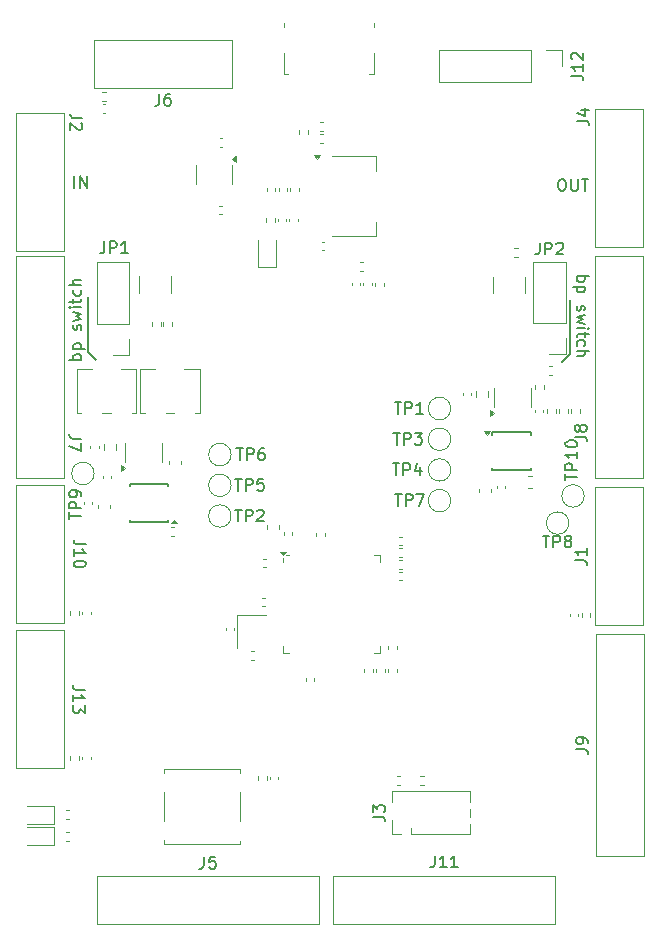
<source format=gbr>
%TF.GenerationSoftware,KiCad,Pcbnew,9.0.6*%
%TF.CreationDate,2026-01-25T18:40:06+01:00*%
%TF.ProjectId,dispo-board,64697370-6f2d-4626-9f61-72642e6b6963,rev?*%
%TF.SameCoordinates,Original*%
%TF.FileFunction,Legend,Top*%
%TF.FilePolarity,Positive*%
%FSLAX46Y46*%
G04 Gerber Fmt 4.6, Leading zero omitted, Abs format (unit mm)*
G04 Created by KiCad (PCBNEW 9.0.6) date 2026-01-25 18:40:06*
%MOMM*%
%LPD*%
G01*
G04 APERTURE LIST*
%ADD10C,0.150000*%
%ADD11C,0.120000*%
%ADD12C,0.100000*%
G04 APERTURE END LIST*
D10*
X39350000Y-47100000D02*
X39350000Y-51700000D01*
X80150000Y-51900000D02*
X80150000Y-47300000D01*
X80150000Y-51900000D02*
X79450000Y-52550000D01*
X39350000Y-51700000D02*
X40000000Y-52400000D01*
X79377255Y-37069819D02*
X79567731Y-37069819D01*
X79567731Y-37069819D02*
X79662969Y-37117438D01*
X79662969Y-37117438D02*
X79758207Y-37212676D01*
X79758207Y-37212676D02*
X79805826Y-37403152D01*
X79805826Y-37403152D02*
X79805826Y-37736485D01*
X79805826Y-37736485D02*
X79758207Y-37926961D01*
X79758207Y-37926961D02*
X79662969Y-38022200D01*
X79662969Y-38022200D02*
X79567731Y-38069819D01*
X79567731Y-38069819D02*
X79377255Y-38069819D01*
X79377255Y-38069819D02*
X79282017Y-38022200D01*
X79282017Y-38022200D02*
X79186779Y-37926961D01*
X79186779Y-37926961D02*
X79139160Y-37736485D01*
X79139160Y-37736485D02*
X79139160Y-37403152D01*
X79139160Y-37403152D02*
X79186779Y-37212676D01*
X79186779Y-37212676D02*
X79282017Y-37117438D01*
X79282017Y-37117438D02*
X79377255Y-37069819D01*
X80234398Y-37069819D02*
X80234398Y-37879342D01*
X80234398Y-37879342D02*
X80282017Y-37974580D01*
X80282017Y-37974580D02*
X80329636Y-38022200D01*
X80329636Y-38022200D02*
X80424874Y-38069819D01*
X80424874Y-38069819D02*
X80615350Y-38069819D01*
X80615350Y-38069819D02*
X80710588Y-38022200D01*
X80710588Y-38022200D02*
X80758207Y-37974580D01*
X80758207Y-37974580D02*
X80805826Y-37879342D01*
X80805826Y-37879342D02*
X80805826Y-37069819D01*
X81139160Y-37069819D02*
X81710588Y-37069819D01*
X81424874Y-38069819D02*
X81424874Y-37069819D01*
X80730180Y-45286779D02*
X81730180Y-45286779D01*
X81349228Y-45286779D02*
X81396847Y-45382017D01*
X81396847Y-45382017D02*
X81396847Y-45572493D01*
X81396847Y-45572493D02*
X81349228Y-45667731D01*
X81349228Y-45667731D02*
X81301609Y-45715350D01*
X81301609Y-45715350D02*
X81206371Y-45762969D01*
X81206371Y-45762969D02*
X80920657Y-45762969D01*
X80920657Y-45762969D02*
X80825419Y-45715350D01*
X80825419Y-45715350D02*
X80777800Y-45667731D01*
X80777800Y-45667731D02*
X80730180Y-45572493D01*
X80730180Y-45572493D02*
X80730180Y-45382017D01*
X80730180Y-45382017D02*
X80777800Y-45286779D01*
X81396847Y-46191541D02*
X80396847Y-46191541D01*
X81349228Y-46191541D02*
X81396847Y-46286779D01*
X81396847Y-46286779D02*
X81396847Y-46477255D01*
X81396847Y-46477255D02*
X81349228Y-46572493D01*
X81349228Y-46572493D02*
X81301609Y-46620112D01*
X81301609Y-46620112D02*
X81206371Y-46667731D01*
X81206371Y-46667731D02*
X80920657Y-46667731D01*
X80920657Y-46667731D02*
X80825419Y-46620112D01*
X80825419Y-46620112D02*
X80777800Y-46572493D01*
X80777800Y-46572493D02*
X80730180Y-46477255D01*
X80730180Y-46477255D02*
X80730180Y-46286779D01*
X80730180Y-46286779D02*
X80777800Y-46191541D01*
X80777800Y-47810589D02*
X80730180Y-47905827D01*
X80730180Y-47905827D02*
X80730180Y-48096303D01*
X80730180Y-48096303D02*
X80777800Y-48191541D01*
X80777800Y-48191541D02*
X80873038Y-48239160D01*
X80873038Y-48239160D02*
X80920657Y-48239160D01*
X80920657Y-48239160D02*
X81015895Y-48191541D01*
X81015895Y-48191541D02*
X81063514Y-48096303D01*
X81063514Y-48096303D02*
X81063514Y-47953446D01*
X81063514Y-47953446D02*
X81111133Y-47858208D01*
X81111133Y-47858208D02*
X81206371Y-47810589D01*
X81206371Y-47810589D02*
X81253990Y-47810589D01*
X81253990Y-47810589D02*
X81349228Y-47858208D01*
X81349228Y-47858208D02*
X81396847Y-47953446D01*
X81396847Y-47953446D02*
X81396847Y-48096303D01*
X81396847Y-48096303D02*
X81349228Y-48191541D01*
X81396847Y-48572494D02*
X80730180Y-48762970D01*
X80730180Y-48762970D02*
X81206371Y-48953446D01*
X81206371Y-48953446D02*
X80730180Y-49143922D01*
X80730180Y-49143922D02*
X81396847Y-49334398D01*
X80730180Y-49715351D02*
X81396847Y-49715351D01*
X81730180Y-49715351D02*
X81682561Y-49667732D01*
X81682561Y-49667732D02*
X81634942Y-49715351D01*
X81634942Y-49715351D02*
X81682561Y-49762970D01*
X81682561Y-49762970D02*
X81730180Y-49715351D01*
X81730180Y-49715351D02*
X81634942Y-49715351D01*
X81396847Y-50048684D02*
X81396847Y-50429636D01*
X81730180Y-50191541D02*
X80873038Y-50191541D01*
X80873038Y-50191541D02*
X80777800Y-50239160D01*
X80777800Y-50239160D02*
X80730180Y-50334398D01*
X80730180Y-50334398D02*
X80730180Y-50429636D01*
X80777800Y-51191541D02*
X80730180Y-51096303D01*
X80730180Y-51096303D02*
X80730180Y-50905827D01*
X80730180Y-50905827D02*
X80777800Y-50810589D01*
X80777800Y-50810589D02*
X80825419Y-50762970D01*
X80825419Y-50762970D02*
X80920657Y-50715351D01*
X80920657Y-50715351D02*
X81206371Y-50715351D01*
X81206371Y-50715351D02*
X81301609Y-50762970D01*
X81301609Y-50762970D02*
X81349228Y-50810589D01*
X81349228Y-50810589D02*
X81396847Y-50905827D01*
X81396847Y-50905827D02*
X81396847Y-51096303D01*
X81396847Y-51096303D02*
X81349228Y-51191541D01*
X80730180Y-51620113D02*
X81730180Y-51620113D01*
X80730180Y-52048684D02*
X81253990Y-52048684D01*
X81253990Y-52048684D02*
X81349228Y-52001065D01*
X81349228Y-52001065D02*
X81396847Y-51905827D01*
X81396847Y-51905827D02*
X81396847Y-51762970D01*
X81396847Y-51762970D02*
X81349228Y-51667732D01*
X81349228Y-51667732D02*
X81301609Y-51620113D01*
X38186779Y-37819819D02*
X38186779Y-36819819D01*
X38662969Y-37819819D02*
X38662969Y-36819819D01*
X38662969Y-36819819D02*
X39234397Y-37819819D01*
X39234397Y-37819819D02*
X39234397Y-36819819D01*
X38769819Y-52363220D02*
X37769819Y-52363220D01*
X38150771Y-52363220D02*
X38103152Y-52267982D01*
X38103152Y-52267982D02*
X38103152Y-52077506D01*
X38103152Y-52077506D02*
X38150771Y-51982268D01*
X38150771Y-51982268D02*
X38198390Y-51934649D01*
X38198390Y-51934649D02*
X38293628Y-51887030D01*
X38293628Y-51887030D02*
X38579342Y-51887030D01*
X38579342Y-51887030D02*
X38674580Y-51934649D01*
X38674580Y-51934649D02*
X38722200Y-51982268D01*
X38722200Y-51982268D02*
X38769819Y-52077506D01*
X38769819Y-52077506D02*
X38769819Y-52267982D01*
X38769819Y-52267982D02*
X38722200Y-52363220D01*
X38103152Y-51458458D02*
X39103152Y-51458458D01*
X38150771Y-51458458D02*
X38103152Y-51363220D01*
X38103152Y-51363220D02*
X38103152Y-51172744D01*
X38103152Y-51172744D02*
X38150771Y-51077506D01*
X38150771Y-51077506D02*
X38198390Y-51029887D01*
X38198390Y-51029887D02*
X38293628Y-50982268D01*
X38293628Y-50982268D02*
X38579342Y-50982268D01*
X38579342Y-50982268D02*
X38674580Y-51029887D01*
X38674580Y-51029887D02*
X38722200Y-51077506D01*
X38722200Y-51077506D02*
X38769819Y-51172744D01*
X38769819Y-51172744D02*
X38769819Y-51363220D01*
X38769819Y-51363220D02*
X38722200Y-51458458D01*
X38722200Y-49839410D02*
X38769819Y-49744172D01*
X38769819Y-49744172D02*
X38769819Y-49553696D01*
X38769819Y-49553696D02*
X38722200Y-49458458D01*
X38722200Y-49458458D02*
X38626961Y-49410839D01*
X38626961Y-49410839D02*
X38579342Y-49410839D01*
X38579342Y-49410839D02*
X38484104Y-49458458D01*
X38484104Y-49458458D02*
X38436485Y-49553696D01*
X38436485Y-49553696D02*
X38436485Y-49696553D01*
X38436485Y-49696553D02*
X38388866Y-49791791D01*
X38388866Y-49791791D02*
X38293628Y-49839410D01*
X38293628Y-49839410D02*
X38246009Y-49839410D01*
X38246009Y-49839410D02*
X38150771Y-49791791D01*
X38150771Y-49791791D02*
X38103152Y-49696553D01*
X38103152Y-49696553D02*
X38103152Y-49553696D01*
X38103152Y-49553696D02*
X38150771Y-49458458D01*
X38103152Y-49077505D02*
X38769819Y-48887029D01*
X38769819Y-48887029D02*
X38293628Y-48696553D01*
X38293628Y-48696553D02*
X38769819Y-48506077D01*
X38769819Y-48506077D02*
X38103152Y-48315601D01*
X38769819Y-47934648D02*
X38103152Y-47934648D01*
X37769819Y-47934648D02*
X37817438Y-47982267D01*
X37817438Y-47982267D02*
X37865057Y-47934648D01*
X37865057Y-47934648D02*
X37817438Y-47887029D01*
X37817438Y-47887029D02*
X37769819Y-47934648D01*
X37769819Y-47934648D02*
X37865057Y-47934648D01*
X38103152Y-47601315D02*
X38103152Y-47220363D01*
X37769819Y-47458458D02*
X38626961Y-47458458D01*
X38626961Y-47458458D02*
X38722200Y-47410839D01*
X38722200Y-47410839D02*
X38769819Y-47315601D01*
X38769819Y-47315601D02*
X38769819Y-47220363D01*
X38722200Y-46458458D02*
X38769819Y-46553696D01*
X38769819Y-46553696D02*
X38769819Y-46744172D01*
X38769819Y-46744172D02*
X38722200Y-46839410D01*
X38722200Y-46839410D02*
X38674580Y-46887029D01*
X38674580Y-46887029D02*
X38579342Y-46934648D01*
X38579342Y-46934648D02*
X38293628Y-46934648D01*
X38293628Y-46934648D02*
X38198390Y-46887029D01*
X38198390Y-46887029D02*
X38150771Y-46839410D01*
X38150771Y-46839410D02*
X38103152Y-46744172D01*
X38103152Y-46744172D02*
X38103152Y-46553696D01*
X38103152Y-46553696D02*
X38150771Y-46458458D01*
X38769819Y-46029886D02*
X37769819Y-46029886D01*
X38769819Y-45601315D02*
X38246009Y-45601315D01*
X38246009Y-45601315D02*
X38150771Y-45648934D01*
X38150771Y-45648934D02*
X38103152Y-45744172D01*
X38103152Y-45744172D02*
X38103152Y-45887029D01*
X38103152Y-45887029D02*
X38150771Y-45982267D01*
X38150771Y-45982267D02*
X38198390Y-46029886D01*
X38845180Y-31916666D02*
X38130895Y-31916666D01*
X38130895Y-31916666D02*
X37988038Y-31869047D01*
X37988038Y-31869047D02*
X37892800Y-31773809D01*
X37892800Y-31773809D02*
X37845180Y-31630952D01*
X37845180Y-31630952D02*
X37845180Y-31535714D01*
X38749942Y-32345238D02*
X38797561Y-32392857D01*
X38797561Y-32392857D02*
X38845180Y-32488095D01*
X38845180Y-32488095D02*
X38845180Y-32726190D01*
X38845180Y-32726190D02*
X38797561Y-32821428D01*
X38797561Y-32821428D02*
X38749942Y-32869047D01*
X38749942Y-32869047D02*
X38654704Y-32916666D01*
X38654704Y-32916666D02*
X38559466Y-32916666D01*
X38559466Y-32916666D02*
X38416609Y-32869047D01*
X38416609Y-32869047D02*
X37845180Y-32297619D01*
X37845180Y-32297619D02*
X37845180Y-32916666D01*
X63454819Y-91068333D02*
X64169104Y-91068333D01*
X64169104Y-91068333D02*
X64311961Y-91115952D01*
X64311961Y-91115952D02*
X64407200Y-91211190D01*
X64407200Y-91211190D02*
X64454819Y-91354047D01*
X64454819Y-91354047D02*
X64454819Y-91449285D01*
X63454819Y-90687380D02*
X63454819Y-90068333D01*
X63454819Y-90068333D02*
X63835771Y-90401666D01*
X63835771Y-90401666D02*
X63835771Y-90258809D01*
X63835771Y-90258809D02*
X63883390Y-90163571D01*
X63883390Y-90163571D02*
X63931009Y-90115952D01*
X63931009Y-90115952D02*
X64026247Y-90068333D01*
X64026247Y-90068333D02*
X64264342Y-90068333D01*
X64264342Y-90068333D02*
X64359580Y-90115952D01*
X64359580Y-90115952D02*
X64407200Y-90163571D01*
X64407200Y-90163571D02*
X64454819Y-90258809D01*
X64454819Y-90258809D02*
X64454819Y-90544523D01*
X64454819Y-90544523D02*
X64407200Y-90639761D01*
X64407200Y-90639761D02*
X64359580Y-90687380D01*
X79754819Y-62588094D02*
X79754819Y-62016666D01*
X80754819Y-62302380D02*
X79754819Y-62302380D01*
X80754819Y-61683332D02*
X79754819Y-61683332D01*
X79754819Y-61683332D02*
X79754819Y-61302380D01*
X79754819Y-61302380D02*
X79802438Y-61207142D01*
X79802438Y-61207142D02*
X79850057Y-61159523D01*
X79850057Y-61159523D02*
X79945295Y-61111904D01*
X79945295Y-61111904D02*
X80088152Y-61111904D01*
X80088152Y-61111904D02*
X80183390Y-61159523D01*
X80183390Y-61159523D02*
X80231009Y-61207142D01*
X80231009Y-61207142D02*
X80278628Y-61302380D01*
X80278628Y-61302380D02*
X80278628Y-61683332D01*
X80754819Y-60159523D02*
X80754819Y-60730951D01*
X80754819Y-60445237D02*
X79754819Y-60445237D01*
X79754819Y-60445237D02*
X79897676Y-60540475D01*
X79897676Y-60540475D02*
X79992914Y-60635713D01*
X79992914Y-60635713D02*
X80040533Y-60730951D01*
X79754819Y-59540475D02*
X79754819Y-59445237D01*
X79754819Y-59445237D02*
X79802438Y-59349999D01*
X79802438Y-59349999D02*
X79850057Y-59302380D01*
X79850057Y-59302380D02*
X79945295Y-59254761D01*
X79945295Y-59254761D02*
X80135771Y-59207142D01*
X80135771Y-59207142D02*
X80373866Y-59207142D01*
X80373866Y-59207142D02*
X80564342Y-59254761D01*
X80564342Y-59254761D02*
X80659580Y-59302380D01*
X80659580Y-59302380D02*
X80707200Y-59349999D01*
X80707200Y-59349999D02*
X80754819Y-59445237D01*
X80754819Y-59445237D02*
X80754819Y-59540475D01*
X80754819Y-59540475D02*
X80707200Y-59635713D01*
X80707200Y-59635713D02*
X80659580Y-59683332D01*
X80659580Y-59683332D02*
X80564342Y-59730951D01*
X80564342Y-59730951D02*
X80373866Y-59778570D01*
X80373866Y-59778570D02*
X80135771Y-59778570D01*
X80135771Y-59778570D02*
X79945295Y-59730951D01*
X79945295Y-59730951D02*
X79850057Y-59683332D01*
X79850057Y-59683332D02*
X79802438Y-59635713D01*
X79802438Y-59635713D02*
X79754819Y-59540475D01*
X38745180Y-59066666D02*
X38030895Y-59066666D01*
X38030895Y-59066666D02*
X37888038Y-59019047D01*
X37888038Y-59019047D02*
X37792800Y-58923809D01*
X37792800Y-58923809D02*
X37745180Y-58780952D01*
X37745180Y-58780952D02*
X37745180Y-58685714D01*
X38745180Y-59447619D02*
X38745180Y-60114285D01*
X38745180Y-60114285D02*
X37745180Y-59685714D01*
X39045180Y-80290476D02*
X38330895Y-80290476D01*
X38330895Y-80290476D02*
X38188038Y-80242857D01*
X38188038Y-80242857D02*
X38092800Y-80147619D01*
X38092800Y-80147619D02*
X38045180Y-80004762D01*
X38045180Y-80004762D02*
X38045180Y-79909524D01*
X38045180Y-81290476D02*
X38045180Y-80719048D01*
X38045180Y-81004762D02*
X39045180Y-81004762D01*
X39045180Y-81004762D02*
X38902323Y-80909524D01*
X38902323Y-80909524D02*
X38807085Y-80814286D01*
X38807085Y-80814286D02*
X38759466Y-80719048D01*
X39045180Y-81623810D02*
X39045180Y-82242857D01*
X39045180Y-82242857D02*
X38664228Y-81909524D01*
X38664228Y-81909524D02*
X38664228Y-82052381D01*
X38664228Y-82052381D02*
X38616609Y-82147619D01*
X38616609Y-82147619D02*
X38568990Y-82195238D01*
X38568990Y-82195238D02*
X38473752Y-82242857D01*
X38473752Y-82242857D02*
X38235657Y-82242857D01*
X38235657Y-82242857D02*
X38140419Y-82195238D01*
X38140419Y-82195238D02*
X38092800Y-82147619D01*
X38092800Y-82147619D02*
X38045180Y-82052381D01*
X38045180Y-82052381D02*
X38045180Y-81766667D01*
X38045180Y-81766667D02*
X38092800Y-81671429D01*
X38092800Y-81671429D02*
X38140419Y-81623810D01*
X45366666Y-29854819D02*
X45366666Y-30569104D01*
X45366666Y-30569104D02*
X45319047Y-30711961D01*
X45319047Y-30711961D02*
X45223809Y-30807200D01*
X45223809Y-30807200D02*
X45080952Y-30854819D01*
X45080952Y-30854819D02*
X44985714Y-30854819D01*
X46271428Y-29854819D02*
X46080952Y-29854819D01*
X46080952Y-29854819D02*
X45985714Y-29902438D01*
X45985714Y-29902438D02*
X45938095Y-29950057D01*
X45938095Y-29950057D02*
X45842857Y-30092914D01*
X45842857Y-30092914D02*
X45795238Y-30283390D01*
X45795238Y-30283390D02*
X45795238Y-30664342D01*
X45795238Y-30664342D02*
X45842857Y-30759580D01*
X45842857Y-30759580D02*
X45890476Y-30807200D01*
X45890476Y-30807200D02*
X45985714Y-30854819D01*
X45985714Y-30854819D02*
X46176190Y-30854819D01*
X46176190Y-30854819D02*
X46271428Y-30807200D01*
X46271428Y-30807200D02*
X46319047Y-30759580D01*
X46319047Y-30759580D02*
X46366666Y-30664342D01*
X46366666Y-30664342D02*
X46366666Y-30426247D01*
X46366666Y-30426247D02*
X46319047Y-30331009D01*
X46319047Y-30331009D02*
X46271428Y-30283390D01*
X46271428Y-30283390D02*
X46176190Y-30235771D01*
X46176190Y-30235771D02*
X45985714Y-30235771D01*
X45985714Y-30235771D02*
X45890476Y-30283390D01*
X45890476Y-30283390D02*
X45842857Y-30331009D01*
X45842857Y-30331009D02*
X45795238Y-30426247D01*
X68690476Y-94354819D02*
X68690476Y-95069104D01*
X68690476Y-95069104D02*
X68642857Y-95211961D01*
X68642857Y-95211961D02*
X68547619Y-95307200D01*
X68547619Y-95307200D02*
X68404762Y-95354819D01*
X68404762Y-95354819D02*
X68309524Y-95354819D01*
X69690476Y-95354819D02*
X69119048Y-95354819D01*
X69404762Y-95354819D02*
X69404762Y-94354819D01*
X69404762Y-94354819D02*
X69309524Y-94497676D01*
X69309524Y-94497676D02*
X69214286Y-94592914D01*
X69214286Y-94592914D02*
X69119048Y-94640533D01*
X70642857Y-95354819D02*
X70071429Y-95354819D01*
X70357143Y-95354819D02*
X70357143Y-94354819D01*
X70357143Y-94354819D02*
X70261905Y-94497676D01*
X70261905Y-94497676D02*
X70166667Y-94592914D01*
X70166667Y-94592914D02*
X70071429Y-94640533D01*
X51788095Y-62454819D02*
X52359523Y-62454819D01*
X52073809Y-63454819D02*
X52073809Y-62454819D01*
X52692857Y-63454819D02*
X52692857Y-62454819D01*
X52692857Y-62454819D02*
X53073809Y-62454819D01*
X53073809Y-62454819D02*
X53169047Y-62502438D01*
X53169047Y-62502438D02*
X53216666Y-62550057D01*
X53216666Y-62550057D02*
X53264285Y-62645295D01*
X53264285Y-62645295D02*
X53264285Y-62788152D01*
X53264285Y-62788152D02*
X53216666Y-62883390D01*
X53216666Y-62883390D02*
X53169047Y-62931009D01*
X53169047Y-62931009D02*
X53073809Y-62978628D01*
X53073809Y-62978628D02*
X52692857Y-62978628D01*
X54169047Y-62454819D02*
X53692857Y-62454819D01*
X53692857Y-62454819D02*
X53645238Y-62931009D01*
X53645238Y-62931009D02*
X53692857Y-62883390D01*
X53692857Y-62883390D02*
X53788095Y-62835771D01*
X53788095Y-62835771D02*
X54026190Y-62835771D01*
X54026190Y-62835771D02*
X54121428Y-62883390D01*
X54121428Y-62883390D02*
X54169047Y-62931009D01*
X54169047Y-62931009D02*
X54216666Y-63026247D01*
X54216666Y-63026247D02*
X54216666Y-63264342D01*
X54216666Y-63264342D02*
X54169047Y-63359580D01*
X54169047Y-63359580D02*
X54121428Y-63407200D01*
X54121428Y-63407200D02*
X54026190Y-63454819D01*
X54026190Y-63454819D02*
X53788095Y-63454819D01*
X53788095Y-63454819D02*
X53692857Y-63407200D01*
X53692857Y-63407200D02*
X53645238Y-63359580D01*
X65188095Y-58554819D02*
X65759523Y-58554819D01*
X65473809Y-59554819D02*
X65473809Y-58554819D01*
X66092857Y-59554819D02*
X66092857Y-58554819D01*
X66092857Y-58554819D02*
X66473809Y-58554819D01*
X66473809Y-58554819D02*
X66569047Y-58602438D01*
X66569047Y-58602438D02*
X66616666Y-58650057D01*
X66616666Y-58650057D02*
X66664285Y-58745295D01*
X66664285Y-58745295D02*
X66664285Y-58888152D01*
X66664285Y-58888152D02*
X66616666Y-58983390D01*
X66616666Y-58983390D02*
X66569047Y-59031009D01*
X66569047Y-59031009D02*
X66473809Y-59078628D01*
X66473809Y-59078628D02*
X66092857Y-59078628D01*
X66997619Y-58554819D02*
X67616666Y-58554819D01*
X67616666Y-58554819D02*
X67283333Y-58935771D01*
X67283333Y-58935771D02*
X67426190Y-58935771D01*
X67426190Y-58935771D02*
X67521428Y-58983390D01*
X67521428Y-58983390D02*
X67569047Y-59031009D01*
X67569047Y-59031009D02*
X67616666Y-59126247D01*
X67616666Y-59126247D02*
X67616666Y-59364342D01*
X67616666Y-59364342D02*
X67569047Y-59459580D01*
X67569047Y-59459580D02*
X67521428Y-59507200D01*
X67521428Y-59507200D02*
X67426190Y-59554819D01*
X67426190Y-59554819D02*
X67140476Y-59554819D01*
X67140476Y-59554819D02*
X67045238Y-59507200D01*
X67045238Y-59507200D02*
X66997619Y-59459580D01*
X65138095Y-61154819D02*
X65709523Y-61154819D01*
X65423809Y-62154819D02*
X65423809Y-61154819D01*
X66042857Y-62154819D02*
X66042857Y-61154819D01*
X66042857Y-61154819D02*
X66423809Y-61154819D01*
X66423809Y-61154819D02*
X66519047Y-61202438D01*
X66519047Y-61202438D02*
X66566666Y-61250057D01*
X66566666Y-61250057D02*
X66614285Y-61345295D01*
X66614285Y-61345295D02*
X66614285Y-61488152D01*
X66614285Y-61488152D02*
X66566666Y-61583390D01*
X66566666Y-61583390D02*
X66519047Y-61631009D01*
X66519047Y-61631009D02*
X66423809Y-61678628D01*
X66423809Y-61678628D02*
X66042857Y-61678628D01*
X67471428Y-61488152D02*
X67471428Y-62154819D01*
X67233333Y-61107200D02*
X66995238Y-61821485D01*
X66995238Y-61821485D02*
X67614285Y-61821485D01*
X80554819Y-58883333D02*
X81269104Y-58883333D01*
X81269104Y-58883333D02*
X81411961Y-58930952D01*
X81411961Y-58930952D02*
X81507200Y-59026190D01*
X81507200Y-59026190D02*
X81554819Y-59169047D01*
X81554819Y-59169047D02*
X81554819Y-59264285D01*
X80983390Y-58264285D02*
X80935771Y-58359523D01*
X80935771Y-58359523D02*
X80888152Y-58407142D01*
X80888152Y-58407142D02*
X80792914Y-58454761D01*
X80792914Y-58454761D02*
X80745295Y-58454761D01*
X80745295Y-58454761D02*
X80650057Y-58407142D01*
X80650057Y-58407142D02*
X80602438Y-58359523D01*
X80602438Y-58359523D02*
X80554819Y-58264285D01*
X80554819Y-58264285D02*
X80554819Y-58073809D01*
X80554819Y-58073809D02*
X80602438Y-57978571D01*
X80602438Y-57978571D02*
X80650057Y-57930952D01*
X80650057Y-57930952D02*
X80745295Y-57883333D01*
X80745295Y-57883333D02*
X80792914Y-57883333D01*
X80792914Y-57883333D02*
X80888152Y-57930952D01*
X80888152Y-57930952D02*
X80935771Y-57978571D01*
X80935771Y-57978571D02*
X80983390Y-58073809D01*
X80983390Y-58073809D02*
X80983390Y-58264285D01*
X80983390Y-58264285D02*
X81031009Y-58359523D01*
X81031009Y-58359523D02*
X81078628Y-58407142D01*
X81078628Y-58407142D02*
X81173866Y-58454761D01*
X81173866Y-58454761D02*
X81364342Y-58454761D01*
X81364342Y-58454761D02*
X81459580Y-58407142D01*
X81459580Y-58407142D02*
X81507200Y-58359523D01*
X81507200Y-58359523D02*
X81554819Y-58264285D01*
X81554819Y-58264285D02*
X81554819Y-58073809D01*
X81554819Y-58073809D02*
X81507200Y-57978571D01*
X81507200Y-57978571D02*
X81459580Y-57930952D01*
X81459580Y-57930952D02*
X81364342Y-57883333D01*
X81364342Y-57883333D02*
X81173866Y-57883333D01*
X81173866Y-57883333D02*
X81078628Y-57930952D01*
X81078628Y-57930952D02*
X81031009Y-57978571D01*
X81031009Y-57978571D02*
X80983390Y-58073809D01*
X49156666Y-94454819D02*
X49156666Y-95169104D01*
X49156666Y-95169104D02*
X49109047Y-95311961D01*
X49109047Y-95311961D02*
X49013809Y-95407200D01*
X49013809Y-95407200D02*
X48870952Y-95454819D01*
X48870952Y-95454819D02*
X48775714Y-95454819D01*
X50109047Y-94454819D02*
X49632857Y-94454819D01*
X49632857Y-94454819D02*
X49585238Y-94931009D01*
X49585238Y-94931009D02*
X49632857Y-94883390D01*
X49632857Y-94883390D02*
X49728095Y-94835771D01*
X49728095Y-94835771D02*
X49966190Y-94835771D01*
X49966190Y-94835771D02*
X50061428Y-94883390D01*
X50061428Y-94883390D02*
X50109047Y-94931009D01*
X50109047Y-94931009D02*
X50156666Y-95026247D01*
X50156666Y-95026247D02*
X50156666Y-95264342D01*
X50156666Y-95264342D02*
X50109047Y-95359580D01*
X50109047Y-95359580D02*
X50061428Y-95407200D01*
X50061428Y-95407200D02*
X49966190Y-95454819D01*
X49966190Y-95454819D02*
X49728095Y-95454819D01*
X49728095Y-95454819D02*
X49632857Y-95407200D01*
X49632857Y-95407200D02*
X49585238Y-95359580D01*
X80654819Y-85333333D02*
X81369104Y-85333333D01*
X81369104Y-85333333D02*
X81511961Y-85380952D01*
X81511961Y-85380952D02*
X81607200Y-85476190D01*
X81607200Y-85476190D02*
X81654819Y-85619047D01*
X81654819Y-85619047D02*
X81654819Y-85714285D01*
X81654819Y-84809523D02*
X81654819Y-84619047D01*
X81654819Y-84619047D02*
X81607200Y-84523809D01*
X81607200Y-84523809D02*
X81559580Y-84476190D01*
X81559580Y-84476190D02*
X81416723Y-84380952D01*
X81416723Y-84380952D02*
X81226247Y-84333333D01*
X81226247Y-84333333D02*
X80845295Y-84333333D01*
X80845295Y-84333333D02*
X80750057Y-84380952D01*
X80750057Y-84380952D02*
X80702438Y-84428571D01*
X80702438Y-84428571D02*
X80654819Y-84523809D01*
X80654819Y-84523809D02*
X80654819Y-84714285D01*
X80654819Y-84714285D02*
X80702438Y-84809523D01*
X80702438Y-84809523D02*
X80750057Y-84857142D01*
X80750057Y-84857142D02*
X80845295Y-84904761D01*
X80845295Y-84904761D02*
X81083390Y-84904761D01*
X81083390Y-84904761D02*
X81178628Y-84857142D01*
X81178628Y-84857142D02*
X81226247Y-84809523D01*
X81226247Y-84809523D02*
X81273866Y-84714285D01*
X81273866Y-84714285D02*
X81273866Y-84523809D01*
X81273866Y-84523809D02*
X81226247Y-84428571D01*
X81226247Y-84428571D02*
X81178628Y-84380952D01*
X81178628Y-84380952D02*
X81083390Y-84333333D01*
X80254819Y-28309523D02*
X80969104Y-28309523D01*
X80969104Y-28309523D02*
X81111961Y-28357142D01*
X81111961Y-28357142D02*
X81207200Y-28452380D01*
X81207200Y-28452380D02*
X81254819Y-28595237D01*
X81254819Y-28595237D02*
X81254819Y-28690475D01*
X81254819Y-27309523D02*
X81254819Y-27880951D01*
X81254819Y-27595237D02*
X80254819Y-27595237D01*
X80254819Y-27595237D02*
X80397676Y-27690475D01*
X80397676Y-27690475D02*
X80492914Y-27785713D01*
X80492914Y-27785713D02*
X80540533Y-27880951D01*
X80350057Y-26928570D02*
X80302438Y-26880951D01*
X80302438Y-26880951D02*
X80254819Y-26785713D01*
X80254819Y-26785713D02*
X80254819Y-26547618D01*
X80254819Y-26547618D02*
X80302438Y-26452380D01*
X80302438Y-26452380D02*
X80350057Y-26404761D01*
X80350057Y-26404761D02*
X80445295Y-26357142D01*
X80445295Y-26357142D02*
X80540533Y-26357142D01*
X80540533Y-26357142D02*
X80683390Y-26404761D01*
X80683390Y-26404761D02*
X81254819Y-26976189D01*
X81254819Y-26976189D02*
X81254819Y-26357142D01*
X51788095Y-65054819D02*
X52359523Y-65054819D01*
X52073809Y-66054819D02*
X52073809Y-65054819D01*
X52692857Y-66054819D02*
X52692857Y-65054819D01*
X52692857Y-65054819D02*
X53073809Y-65054819D01*
X53073809Y-65054819D02*
X53169047Y-65102438D01*
X53169047Y-65102438D02*
X53216666Y-65150057D01*
X53216666Y-65150057D02*
X53264285Y-65245295D01*
X53264285Y-65245295D02*
X53264285Y-65388152D01*
X53264285Y-65388152D02*
X53216666Y-65483390D01*
X53216666Y-65483390D02*
X53169047Y-65531009D01*
X53169047Y-65531009D02*
X53073809Y-65578628D01*
X53073809Y-65578628D02*
X52692857Y-65578628D01*
X53645238Y-65150057D02*
X53692857Y-65102438D01*
X53692857Y-65102438D02*
X53788095Y-65054819D01*
X53788095Y-65054819D02*
X54026190Y-65054819D01*
X54026190Y-65054819D02*
X54121428Y-65102438D01*
X54121428Y-65102438D02*
X54169047Y-65150057D01*
X54169047Y-65150057D02*
X54216666Y-65245295D01*
X54216666Y-65245295D02*
X54216666Y-65340533D01*
X54216666Y-65340533D02*
X54169047Y-65483390D01*
X54169047Y-65483390D02*
X53597619Y-66054819D01*
X53597619Y-66054819D02*
X54216666Y-66054819D01*
X80754819Y-32133333D02*
X81469104Y-32133333D01*
X81469104Y-32133333D02*
X81611961Y-32180952D01*
X81611961Y-32180952D02*
X81707200Y-32276190D01*
X81707200Y-32276190D02*
X81754819Y-32419047D01*
X81754819Y-32419047D02*
X81754819Y-32514285D01*
X81088152Y-31228571D02*
X81754819Y-31228571D01*
X80707200Y-31466666D02*
X81421485Y-31704761D01*
X81421485Y-31704761D02*
X81421485Y-31085714D01*
X39145180Y-67990476D02*
X38430895Y-67990476D01*
X38430895Y-67990476D02*
X38288038Y-67942857D01*
X38288038Y-67942857D02*
X38192800Y-67847619D01*
X38192800Y-67847619D02*
X38145180Y-67704762D01*
X38145180Y-67704762D02*
X38145180Y-67609524D01*
X38145180Y-68990476D02*
X38145180Y-68419048D01*
X38145180Y-68704762D02*
X39145180Y-68704762D01*
X39145180Y-68704762D02*
X39002323Y-68609524D01*
X39002323Y-68609524D02*
X38907085Y-68514286D01*
X38907085Y-68514286D02*
X38859466Y-68419048D01*
X39145180Y-69609524D02*
X39145180Y-69704762D01*
X39145180Y-69704762D02*
X39097561Y-69800000D01*
X39097561Y-69800000D02*
X39049942Y-69847619D01*
X39049942Y-69847619D02*
X38954704Y-69895238D01*
X38954704Y-69895238D02*
X38764228Y-69942857D01*
X38764228Y-69942857D02*
X38526133Y-69942857D01*
X38526133Y-69942857D02*
X38335657Y-69895238D01*
X38335657Y-69895238D02*
X38240419Y-69847619D01*
X38240419Y-69847619D02*
X38192800Y-69800000D01*
X38192800Y-69800000D02*
X38145180Y-69704762D01*
X38145180Y-69704762D02*
X38145180Y-69609524D01*
X38145180Y-69609524D02*
X38192800Y-69514286D01*
X38192800Y-69514286D02*
X38240419Y-69466667D01*
X38240419Y-69466667D02*
X38335657Y-69419048D01*
X38335657Y-69419048D02*
X38526133Y-69371429D01*
X38526133Y-69371429D02*
X38764228Y-69371429D01*
X38764228Y-69371429D02*
X38954704Y-69419048D01*
X38954704Y-69419048D02*
X39049942Y-69466667D01*
X39049942Y-69466667D02*
X39097561Y-69514286D01*
X39097561Y-69514286D02*
X39145180Y-69609524D01*
X37754819Y-65861904D02*
X37754819Y-65290476D01*
X38754819Y-65576190D02*
X37754819Y-65576190D01*
X38754819Y-64957142D02*
X37754819Y-64957142D01*
X37754819Y-64957142D02*
X37754819Y-64576190D01*
X37754819Y-64576190D02*
X37802438Y-64480952D01*
X37802438Y-64480952D02*
X37850057Y-64433333D01*
X37850057Y-64433333D02*
X37945295Y-64385714D01*
X37945295Y-64385714D02*
X38088152Y-64385714D01*
X38088152Y-64385714D02*
X38183390Y-64433333D01*
X38183390Y-64433333D02*
X38231009Y-64480952D01*
X38231009Y-64480952D02*
X38278628Y-64576190D01*
X38278628Y-64576190D02*
X38278628Y-64957142D01*
X38754819Y-63909523D02*
X38754819Y-63719047D01*
X38754819Y-63719047D02*
X38707200Y-63623809D01*
X38707200Y-63623809D02*
X38659580Y-63576190D01*
X38659580Y-63576190D02*
X38516723Y-63480952D01*
X38516723Y-63480952D02*
X38326247Y-63433333D01*
X38326247Y-63433333D02*
X37945295Y-63433333D01*
X37945295Y-63433333D02*
X37850057Y-63480952D01*
X37850057Y-63480952D02*
X37802438Y-63528571D01*
X37802438Y-63528571D02*
X37754819Y-63623809D01*
X37754819Y-63623809D02*
X37754819Y-63814285D01*
X37754819Y-63814285D02*
X37802438Y-63909523D01*
X37802438Y-63909523D02*
X37850057Y-63957142D01*
X37850057Y-63957142D02*
X37945295Y-64004761D01*
X37945295Y-64004761D02*
X38183390Y-64004761D01*
X38183390Y-64004761D02*
X38278628Y-63957142D01*
X38278628Y-63957142D02*
X38326247Y-63909523D01*
X38326247Y-63909523D02*
X38373866Y-63814285D01*
X38373866Y-63814285D02*
X38373866Y-63623809D01*
X38373866Y-63623809D02*
X38326247Y-63528571D01*
X38326247Y-63528571D02*
X38278628Y-63480952D01*
X38278628Y-63480952D02*
X38183390Y-63433333D01*
X80554819Y-69333333D02*
X81269104Y-69333333D01*
X81269104Y-69333333D02*
X81411961Y-69380952D01*
X81411961Y-69380952D02*
X81507200Y-69476190D01*
X81507200Y-69476190D02*
X81554819Y-69619047D01*
X81554819Y-69619047D02*
X81554819Y-69714285D01*
X81554819Y-68333333D02*
X81554819Y-68904761D01*
X81554819Y-68619047D02*
X80554819Y-68619047D01*
X80554819Y-68619047D02*
X80697676Y-68714285D01*
X80697676Y-68714285D02*
X80792914Y-68809523D01*
X80792914Y-68809523D02*
X80840533Y-68904761D01*
X65288095Y-55954819D02*
X65859523Y-55954819D01*
X65573809Y-56954819D02*
X65573809Y-55954819D01*
X66192857Y-56954819D02*
X66192857Y-55954819D01*
X66192857Y-55954819D02*
X66573809Y-55954819D01*
X66573809Y-55954819D02*
X66669047Y-56002438D01*
X66669047Y-56002438D02*
X66716666Y-56050057D01*
X66716666Y-56050057D02*
X66764285Y-56145295D01*
X66764285Y-56145295D02*
X66764285Y-56288152D01*
X66764285Y-56288152D02*
X66716666Y-56383390D01*
X66716666Y-56383390D02*
X66669047Y-56431009D01*
X66669047Y-56431009D02*
X66573809Y-56478628D01*
X66573809Y-56478628D02*
X66192857Y-56478628D01*
X67716666Y-56954819D02*
X67145238Y-56954819D01*
X67430952Y-56954819D02*
X67430952Y-55954819D01*
X67430952Y-55954819D02*
X67335714Y-56097676D01*
X67335714Y-56097676D02*
X67240476Y-56192914D01*
X67240476Y-56192914D02*
X67145238Y-56240533D01*
X65338095Y-63754819D02*
X65909523Y-63754819D01*
X65623809Y-64754819D02*
X65623809Y-63754819D01*
X66242857Y-64754819D02*
X66242857Y-63754819D01*
X66242857Y-63754819D02*
X66623809Y-63754819D01*
X66623809Y-63754819D02*
X66719047Y-63802438D01*
X66719047Y-63802438D02*
X66766666Y-63850057D01*
X66766666Y-63850057D02*
X66814285Y-63945295D01*
X66814285Y-63945295D02*
X66814285Y-64088152D01*
X66814285Y-64088152D02*
X66766666Y-64183390D01*
X66766666Y-64183390D02*
X66719047Y-64231009D01*
X66719047Y-64231009D02*
X66623809Y-64278628D01*
X66623809Y-64278628D02*
X66242857Y-64278628D01*
X67147619Y-63754819D02*
X67814285Y-63754819D01*
X67814285Y-63754819D02*
X67385714Y-64754819D01*
X40716666Y-42354819D02*
X40716666Y-43069104D01*
X40716666Y-43069104D02*
X40669047Y-43211961D01*
X40669047Y-43211961D02*
X40573809Y-43307200D01*
X40573809Y-43307200D02*
X40430952Y-43354819D01*
X40430952Y-43354819D02*
X40335714Y-43354819D01*
X41192857Y-43354819D02*
X41192857Y-42354819D01*
X41192857Y-42354819D02*
X41573809Y-42354819D01*
X41573809Y-42354819D02*
X41669047Y-42402438D01*
X41669047Y-42402438D02*
X41716666Y-42450057D01*
X41716666Y-42450057D02*
X41764285Y-42545295D01*
X41764285Y-42545295D02*
X41764285Y-42688152D01*
X41764285Y-42688152D02*
X41716666Y-42783390D01*
X41716666Y-42783390D02*
X41669047Y-42831009D01*
X41669047Y-42831009D02*
X41573809Y-42878628D01*
X41573809Y-42878628D02*
X41192857Y-42878628D01*
X42716666Y-43354819D02*
X42145238Y-43354819D01*
X42430952Y-43354819D02*
X42430952Y-42354819D01*
X42430952Y-42354819D02*
X42335714Y-42497676D01*
X42335714Y-42497676D02*
X42240476Y-42592914D01*
X42240476Y-42592914D02*
X42145238Y-42640533D01*
X77838095Y-67254819D02*
X78409523Y-67254819D01*
X78123809Y-68254819D02*
X78123809Y-67254819D01*
X78742857Y-68254819D02*
X78742857Y-67254819D01*
X78742857Y-67254819D02*
X79123809Y-67254819D01*
X79123809Y-67254819D02*
X79219047Y-67302438D01*
X79219047Y-67302438D02*
X79266666Y-67350057D01*
X79266666Y-67350057D02*
X79314285Y-67445295D01*
X79314285Y-67445295D02*
X79314285Y-67588152D01*
X79314285Y-67588152D02*
X79266666Y-67683390D01*
X79266666Y-67683390D02*
X79219047Y-67731009D01*
X79219047Y-67731009D02*
X79123809Y-67778628D01*
X79123809Y-67778628D02*
X78742857Y-67778628D01*
X79885714Y-67683390D02*
X79790476Y-67635771D01*
X79790476Y-67635771D02*
X79742857Y-67588152D01*
X79742857Y-67588152D02*
X79695238Y-67492914D01*
X79695238Y-67492914D02*
X79695238Y-67445295D01*
X79695238Y-67445295D02*
X79742857Y-67350057D01*
X79742857Y-67350057D02*
X79790476Y-67302438D01*
X79790476Y-67302438D02*
X79885714Y-67254819D01*
X79885714Y-67254819D02*
X80076190Y-67254819D01*
X80076190Y-67254819D02*
X80171428Y-67302438D01*
X80171428Y-67302438D02*
X80219047Y-67350057D01*
X80219047Y-67350057D02*
X80266666Y-67445295D01*
X80266666Y-67445295D02*
X80266666Y-67492914D01*
X80266666Y-67492914D02*
X80219047Y-67588152D01*
X80219047Y-67588152D02*
X80171428Y-67635771D01*
X80171428Y-67635771D02*
X80076190Y-67683390D01*
X80076190Y-67683390D02*
X79885714Y-67683390D01*
X79885714Y-67683390D02*
X79790476Y-67731009D01*
X79790476Y-67731009D02*
X79742857Y-67778628D01*
X79742857Y-67778628D02*
X79695238Y-67873866D01*
X79695238Y-67873866D02*
X79695238Y-68064342D01*
X79695238Y-68064342D02*
X79742857Y-68159580D01*
X79742857Y-68159580D02*
X79790476Y-68207200D01*
X79790476Y-68207200D02*
X79885714Y-68254819D01*
X79885714Y-68254819D02*
X80076190Y-68254819D01*
X80076190Y-68254819D02*
X80171428Y-68207200D01*
X80171428Y-68207200D02*
X80219047Y-68159580D01*
X80219047Y-68159580D02*
X80266666Y-68064342D01*
X80266666Y-68064342D02*
X80266666Y-67873866D01*
X80266666Y-67873866D02*
X80219047Y-67778628D01*
X80219047Y-67778628D02*
X80171428Y-67731009D01*
X80171428Y-67731009D02*
X80076190Y-67683390D01*
X77566666Y-42444819D02*
X77566666Y-43159104D01*
X77566666Y-43159104D02*
X77519047Y-43301961D01*
X77519047Y-43301961D02*
X77423809Y-43397200D01*
X77423809Y-43397200D02*
X77280952Y-43444819D01*
X77280952Y-43444819D02*
X77185714Y-43444819D01*
X78042857Y-43444819D02*
X78042857Y-42444819D01*
X78042857Y-42444819D02*
X78423809Y-42444819D01*
X78423809Y-42444819D02*
X78519047Y-42492438D01*
X78519047Y-42492438D02*
X78566666Y-42540057D01*
X78566666Y-42540057D02*
X78614285Y-42635295D01*
X78614285Y-42635295D02*
X78614285Y-42778152D01*
X78614285Y-42778152D02*
X78566666Y-42873390D01*
X78566666Y-42873390D02*
X78519047Y-42921009D01*
X78519047Y-42921009D02*
X78423809Y-42968628D01*
X78423809Y-42968628D02*
X78042857Y-42968628D01*
X78995238Y-42540057D02*
X79042857Y-42492438D01*
X79042857Y-42492438D02*
X79138095Y-42444819D01*
X79138095Y-42444819D02*
X79376190Y-42444819D01*
X79376190Y-42444819D02*
X79471428Y-42492438D01*
X79471428Y-42492438D02*
X79519047Y-42540057D01*
X79519047Y-42540057D02*
X79566666Y-42635295D01*
X79566666Y-42635295D02*
X79566666Y-42730533D01*
X79566666Y-42730533D02*
X79519047Y-42873390D01*
X79519047Y-42873390D02*
X78947619Y-43444819D01*
X78947619Y-43444819D02*
X79566666Y-43444819D01*
X51888095Y-59854819D02*
X52459523Y-59854819D01*
X52173809Y-60854819D02*
X52173809Y-59854819D01*
X52792857Y-60854819D02*
X52792857Y-59854819D01*
X52792857Y-59854819D02*
X53173809Y-59854819D01*
X53173809Y-59854819D02*
X53269047Y-59902438D01*
X53269047Y-59902438D02*
X53316666Y-59950057D01*
X53316666Y-59950057D02*
X53364285Y-60045295D01*
X53364285Y-60045295D02*
X53364285Y-60188152D01*
X53364285Y-60188152D02*
X53316666Y-60283390D01*
X53316666Y-60283390D02*
X53269047Y-60331009D01*
X53269047Y-60331009D02*
X53173809Y-60378628D01*
X53173809Y-60378628D02*
X52792857Y-60378628D01*
X54221428Y-59854819D02*
X54030952Y-59854819D01*
X54030952Y-59854819D02*
X53935714Y-59902438D01*
X53935714Y-59902438D02*
X53888095Y-59950057D01*
X53888095Y-59950057D02*
X53792857Y-60092914D01*
X53792857Y-60092914D02*
X53745238Y-60283390D01*
X53745238Y-60283390D02*
X53745238Y-60664342D01*
X53745238Y-60664342D02*
X53792857Y-60759580D01*
X53792857Y-60759580D02*
X53840476Y-60807200D01*
X53840476Y-60807200D02*
X53935714Y-60854819D01*
X53935714Y-60854819D02*
X54126190Y-60854819D01*
X54126190Y-60854819D02*
X54221428Y-60807200D01*
X54221428Y-60807200D02*
X54269047Y-60759580D01*
X54269047Y-60759580D02*
X54316666Y-60664342D01*
X54316666Y-60664342D02*
X54316666Y-60426247D01*
X54316666Y-60426247D02*
X54269047Y-60331009D01*
X54269047Y-60331009D02*
X54221428Y-60283390D01*
X54221428Y-60283390D02*
X54126190Y-60235771D01*
X54126190Y-60235771D02*
X53935714Y-60235771D01*
X53935714Y-60235771D02*
X53840476Y-60283390D01*
X53840476Y-60283390D02*
X53792857Y-60331009D01*
X53792857Y-60331009D02*
X53745238Y-60426247D01*
D11*
%TO.C,C34*%
X63640000Y-45872164D02*
X63640000Y-46087836D01*
X64360000Y-45872164D02*
X64360000Y-46087836D01*
%TO.C,C2*%
X64740000Y-78592164D02*
X64740000Y-78807836D01*
X65460000Y-78592164D02*
X65460000Y-78807836D01*
%TO.C,Y1*%
X51990000Y-73990000D02*
X51990000Y-76810000D01*
X54410000Y-73990000D02*
X51990000Y-73990000D01*
%TO.C,R11*%
X46346359Y-66520000D02*
X46653641Y-66520000D01*
X46346359Y-67280000D02*
X46653641Y-67280000D01*
%TO.C,C11*%
X54407836Y-69215000D02*
X54192164Y-69215000D01*
X54407836Y-69935000D02*
X54192164Y-69935000D01*
%TO.C,C36*%
X50708124Y-33617569D02*
X50492452Y-33617569D01*
X50708124Y-34337569D02*
X50492452Y-34337569D01*
%TO.C,C8*%
X65692164Y-70340000D02*
X65907836Y-70340000D01*
X65692164Y-71060000D02*
X65907836Y-71060000D01*
%TO.C,C1*%
X64744541Y-76625210D02*
X64744541Y-76840882D01*
X65464541Y-76625210D02*
X65464541Y-76840882D01*
%TO.C,J2*%
D12*
X37332000Y-31458000D02*
X33268000Y-31458000D01*
X33268000Y-43142000D01*
X37332000Y-43142000D01*
X37332000Y-31458000D01*
D11*
%TO.C,C20*%
X38840000Y-85992164D02*
X38840000Y-86207836D01*
X39560000Y-85992164D02*
X39560000Y-86207836D01*
%TO.C,U5*%
X42440000Y-60250000D02*
X42440000Y-59450000D01*
X42440000Y-60250000D02*
X42440000Y-61050000D01*
X45560000Y-60250000D02*
X45560000Y-59450000D01*
X45560000Y-60250000D02*
X45560000Y-61050000D01*
X42490000Y-61550000D02*
X42160000Y-61790000D01*
X42160000Y-61310000D01*
X42490000Y-61550000D01*
G36*
X42490000Y-61550000D02*
G01*
X42160000Y-61790000D01*
X42160000Y-61310000D01*
X42490000Y-61550000D01*
G37*
%TO.C,J3*%
X65050000Y-92550000D02*
X65050000Y-91370000D01*
X65115000Y-88920000D02*
X71685000Y-88920000D01*
X65115000Y-89782077D02*
X65115000Y-88920000D01*
X65860000Y-92550000D02*
X65050000Y-92550000D01*
X66670000Y-92550000D02*
X66670000Y-92036708D01*
X66670000Y-92550000D02*
X71685000Y-92550000D01*
X71685000Y-89782077D02*
X71685000Y-88920000D01*
X71685000Y-91052077D02*
X71685000Y-90417923D01*
X71685000Y-92550000D02*
X71685000Y-91687923D01*
%TO.C,C27*%
X40585204Y-62394121D02*
X40585204Y-62178449D01*
X41305204Y-62394121D02*
X41305204Y-62178449D01*
%TO.C,R15*%
X72163241Y-55502299D02*
X72163241Y-55027783D01*
X73208241Y-55502299D02*
X73208241Y-55027783D01*
%TO.C,U1*%
X55840000Y-69465000D02*
X55840000Y-69180000D01*
X55840000Y-77160000D02*
X55840000Y-76635000D01*
X56365000Y-68940000D02*
X56140000Y-68940000D01*
X56365000Y-77160000D02*
X55840000Y-77160000D01*
X63535000Y-68940000D02*
X64060000Y-68940000D01*
X63535000Y-77160000D02*
X64060000Y-77160000D01*
X64060000Y-68940000D02*
X64060000Y-69465000D01*
X64060000Y-77160000D02*
X64060000Y-76635000D01*
X55840000Y-68940000D02*
X55600000Y-68610000D01*
X56080000Y-68610000D01*
X55840000Y-68940000D01*
G36*
X55840000Y-68940000D02*
G01*
X55600000Y-68610000D01*
X56080000Y-68610000D01*
X55840000Y-68940000D01*
G37*
%TO.C,J14*%
X55890000Y-24160000D02*
X55890000Y-23900000D01*
X55890000Y-28210000D02*
X55890000Y-26440000D01*
X55890000Y-28210000D02*
X56270000Y-28210000D01*
X63510000Y-23900000D02*
X63510000Y-24160000D01*
X63510000Y-26440000D02*
X63510000Y-28210000D01*
X63510000Y-28210000D02*
X63130000Y-28210000D01*
%TO.C,R19*%
X75396359Y-42870000D02*
X75703641Y-42870000D01*
X75396359Y-43630000D02*
X75703641Y-43630000D01*
%TO.C,C7*%
X63740000Y-78592164D02*
X63740000Y-78807836D01*
X64460000Y-78592164D02*
X64460000Y-78807836D01*
%TO.C,R22*%
X54370000Y-40366359D02*
X54370000Y-40673641D01*
X55130000Y-40366359D02*
X55130000Y-40673641D01*
%TO.C,TP10*%
X81350000Y-63900000D02*
G75*
G02*
X79450000Y-63900000I-950000J0D01*
G01*
X79450000Y-63900000D02*
G75*
G02*
X81350000Y-63900000I950000J0D01*
G01*
%TO.C,C10*%
X54307836Y-72540000D02*
X54092164Y-72540000D01*
X54307836Y-73260000D02*
X54092164Y-73260000D01*
%TO.C,U7*%
X60000000Y-35110000D02*
X63760000Y-35110000D01*
X60000000Y-41930000D02*
X63760000Y-41930000D01*
X63760000Y-35110000D02*
X63760000Y-36370000D01*
X63760000Y-41930000D02*
X63760000Y-40670000D01*
X58697500Y-35400000D02*
X58457500Y-35070000D01*
X58937500Y-35070000D01*
X58697500Y-35400000D01*
G36*
X58697500Y-35400000D02*
G01*
X58457500Y-35070000D01*
X58937500Y-35070000D01*
X58697500Y-35400000D01*
G37*
%TO.C,J7*%
D12*
X33268000Y-62398000D02*
X37332000Y-62398000D01*
X37332000Y-43602000D01*
X33268000Y-43602000D01*
X33268000Y-62398000D01*
%TO.C,J13*%
X33268000Y-86942000D02*
X37332000Y-86942000D01*
X37332000Y-75258000D01*
X33268000Y-75258000D01*
X33268000Y-86942000D01*
D11*
%TO.C,C17*%
X80140000Y-73892164D02*
X80140000Y-74107836D01*
X80860000Y-73892164D02*
X80860000Y-74107836D01*
%TO.C,R2*%
X37446359Y-90520000D02*
X37753641Y-90520000D01*
X37446359Y-91280000D02*
X37753641Y-91280000D01*
%TO.C,D3*%
X53765000Y-42220000D02*
X53765000Y-44505000D01*
X53765000Y-44505000D02*
X55235000Y-44505000D01*
X55235000Y-44505000D02*
X55235000Y-42220000D01*
%TO.C,J6*%
D12*
X39858000Y-25268000D02*
X51542000Y-25268000D01*
X51542000Y-29332000D01*
X39858000Y-29332000D01*
X39858000Y-25268000D01*
D11*
%TO.C,R16*%
X40664179Y-59986454D02*
X40664179Y-59511938D01*
X41709179Y-59986454D02*
X41709179Y-59511938D01*
%TO.C,C4*%
X62740000Y-78592164D02*
X62740000Y-78807836D01*
X63460000Y-78592164D02*
X63460000Y-78807836D01*
%TO.C,C40*%
X58999939Y-33290615D02*
X59215611Y-33290615D01*
X58999939Y-34010615D02*
X59215611Y-34010615D01*
%TO.C,C23*%
X40157599Y-64630298D02*
X40157599Y-64911458D01*
X41177599Y-64630298D02*
X41177599Y-64911458D01*
%TO.C,D1*%
X34200000Y-91635000D02*
X36485000Y-91635000D01*
X36485000Y-90165000D02*
X34200000Y-90165000D01*
X36485000Y-91635000D02*
X36485000Y-90165000D01*
%TO.C,C16*%
X53374103Y-77064557D02*
X53158431Y-77064557D01*
X53374103Y-77784557D02*
X53158431Y-77784557D01*
%TO.C,C14*%
X51002519Y-75074453D02*
X51002519Y-75290125D01*
X51722519Y-75074453D02*
X51722519Y-75290125D01*
%TO.C,R1*%
X58645000Y-67328641D02*
X58645000Y-67021359D01*
X59405000Y-67328641D02*
X59405000Y-67021359D01*
D10*
%TO.C,U2*%
X42875000Y-62875000D02*
X42875000Y-63100000D01*
X42875000Y-66125000D02*
X42875000Y-65900000D01*
X46125000Y-62875000D02*
X42875000Y-62875000D01*
X46125000Y-62875000D02*
X46125000Y-63100000D01*
X46125000Y-66125000D02*
X42875000Y-66125000D01*
X46125000Y-66125000D02*
X46125000Y-65900000D01*
D11*
X46840000Y-66230000D02*
X46360000Y-66230000D01*
X46600000Y-65900000D01*
X46840000Y-66230000D01*
G36*
X46840000Y-66230000D02*
G01*
X46360000Y-66230000D01*
X46600000Y-65900000D01*
X46840000Y-66230000D01*
G37*
%TO.C,C42*%
X50657836Y-39340000D02*
X50442164Y-39340000D01*
X50657836Y-40060000D02*
X50442164Y-40060000D01*
%TO.C,R13*%
X79220000Y-56853641D02*
X79220000Y-56546359D01*
X79980000Y-56853641D02*
X79980000Y-56546359D01*
%TO.C,R7*%
X65485402Y-87620000D02*
X65792684Y-87620000D01*
X65485402Y-88380000D02*
X65792684Y-88380000D01*
%TO.C,C44*%
X56390000Y-40412164D02*
X56390000Y-40627836D01*
X57110000Y-40412164D02*
X57110000Y-40627836D01*
%TO.C,D2*%
X34212500Y-93435000D02*
X36497500Y-93435000D01*
X36497500Y-91965000D02*
X34212500Y-91965000D01*
X36497500Y-93435000D02*
X36497500Y-91965000D01*
%TO.C,C9*%
X57787773Y-79317164D02*
X57787773Y-79532836D01*
X58507773Y-79317164D02*
X58507773Y-79532836D01*
%TO.C,RV2*%
X38390000Y-53166481D02*
X39670000Y-53166481D01*
X38390000Y-56886481D02*
X38390000Y-53166481D01*
X38770000Y-56886481D02*
X38390000Y-56886481D01*
X41270000Y-56886481D02*
X40530000Y-56886481D01*
X42130000Y-53166481D02*
X43410000Y-53166481D01*
X43410000Y-53166481D02*
X43410000Y-56886481D01*
X43410000Y-56886481D02*
X43030000Y-56886481D01*
%TO.C,C43*%
X61657833Y-45862198D02*
X61657833Y-46077870D01*
X62377833Y-45862198D02*
X62377833Y-46077870D01*
%TO.C,J11*%
D12*
X60102000Y-96068000D02*
X78898000Y-96068000D01*
X78898000Y-100132000D01*
X60102000Y-100132000D01*
X60102000Y-96068000D01*
D11*
%TO.C,R9*%
X37820000Y-73646359D02*
X37820000Y-73953641D01*
X38580000Y-73646359D02*
X38580000Y-73953641D01*
%TO.C,TP5*%
X51450000Y-63000000D02*
G75*
G02*
X49550000Y-63000000I-950000J0D01*
G01*
X49550000Y-63000000D02*
G75*
G02*
X51450000Y-63000000I950000J0D01*
G01*
%TO.C,C13*%
X54490000Y-66665580D02*
X54490000Y-66384420D01*
X55510000Y-66665580D02*
X55510000Y-66384420D01*
%TO.C,C15*%
X54740000Y-87907836D02*
X54740000Y-87692164D01*
X55460000Y-87907836D02*
X55460000Y-87692164D01*
%TO.C,C19*%
X38840000Y-73692164D02*
X38840000Y-73907836D01*
X39560000Y-73692164D02*
X39560000Y-73907836D01*
%TO.C,TP3*%
X70050000Y-59100000D02*
G75*
G02*
X68150000Y-59100000I-950000J0D01*
G01*
X68150000Y-59100000D02*
G75*
G02*
X70050000Y-59100000I950000J0D01*
G01*
%TO.C,R17*%
X77164848Y-54832342D02*
X77164848Y-54525060D01*
X77924848Y-54832342D02*
X77924848Y-54525060D01*
%TO.C,TP4*%
X70050000Y-61700000D02*
G75*
G02*
X68150000Y-61700000I-950000J0D01*
G01*
X68150000Y-61700000D02*
G75*
G02*
X70050000Y-61700000I950000J0D01*
G01*
%TO.C,R20*%
X45720000Y-49478641D02*
X45720000Y-49171359D01*
X46480000Y-49478641D02*
X46480000Y-49171359D01*
%TO.C,R8*%
X40853641Y-29720000D02*
X40546359Y-29720000D01*
X40853641Y-30480000D02*
X40546359Y-30480000D01*
%TO.C,J8*%
D12*
X82268000Y-62398000D02*
X86332000Y-62398000D01*
X86332000Y-43602000D01*
X82268000Y-43602000D01*
X82268000Y-62398000D01*
D11*
%TO.C,R21*%
X44720000Y-49171359D02*
X44720000Y-49478641D01*
X45480000Y-49171359D02*
X45480000Y-49478641D01*
%TO.C,C33*%
X56478197Y-37849415D02*
X56478197Y-38065087D01*
X57198197Y-37849415D02*
X57198197Y-38065087D01*
%TO.C,C39*%
X54478197Y-37849415D02*
X54478197Y-38065087D01*
X55198197Y-37849415D02*
X55198197Y-38065087D01*
%TO.C,C29*%
X71075741Y-55157205D02*
X71075741Y-55372877D01*
X71795741Y-55157205D02*
X71795741Y-55372877D01*
%TO.C,FB1*%
X57166470Y-32944513D02*
X57166470Y-33251795D01*
X57926470Y-32944513D02*
X57926470Y-33251795D01*
%TO.C,R10*%
X37820000Y-85946359D02*
X37820000Y-86253641D01*
X38580000Y-85946359D02*
X38580000Y-86253641D01*
%TO.C,C30*%
X39529524Y-59646472D02*
X39529524Y-59862144D01*
X40249524Y-59646472D02*
X40249524Y-59862144D01*
%TO.C,C31*%
X73590000Y-46761252D02*
X73590000Y-45338748D01*
X76310000Y-46761252D02*
X76310000Y-45338748D01*
%TO.C,C22*%
X73924962Y-63051892D02*
X73924962Y-63267564D01*
X74644962Y-63051892D02*
X74644962Y-63267564D01*
%TO.C,J5*%
D12*
X40102000Y-96068000D02*
X58898000Y-96068000D01*
X58898000Y-100132000D01*
X40102000Y-100132000D01*
X40102000Y-96068000D01*
%TO.C,J9*%
X82368000Y-94398000D02*
X86432000Y-94398000D01*
X86432000Y-75602000D01*
X82368000Y-75602000D01*
X82368000Y-94398000D01*
D11*
%TO.C,R6*%
X67753641Y-87620000D02*
X67446359Y-87620000D01*
X67753641Y-88380000D02*
X67446359Y-88380000D01*
%TO.C,RV1*%
X43763621Y-53163561D02*
X45043621Y-53163561D01*
X43763621Y-56883561D02*
X43763621Y-53163561D01*
X44143621Y-56883561D02*
X43763621Y-56883561D01*
X46643621Y-56883561D02*
X45903621Y-56883561D01*
X47503621Y-53163561D02*
X48783621Y-53163561D01*
X48783621Y-53163561D02*
X48783621Y-56883561D01*
X48783621Y-56883561D02*
X48403621Y-56883561D01*
%TO.C,C5*%
X65692164Y-69340000D02*
X65907836Y-69340000D01*
X65692164Y-70060000D02*
X65907836Y-70060000D01*
%TO.C,R14*%
X78190167Y-56886503D02*
X78190167Y-56579221D01*
X78950167Y-56886503D02*
X78950167Y-56579221D01*
%TO.C,J12*%
X69080000Y-26120000D02*
X69080000Y-28880000D01*
X76810000Y-26120000D02*
X69080000Y-26120000D01*
X76810000Y-26120000D02*
X76810000Y-28880000D01*
X76810000Y-28880000D02*
X69080000Y-28880000D01*
X78080000Y-26120000D02*
X79460000Y-26120000D01*
X79460000Y-26120000D02*
X79460000Y-27500000D01*
%TO.C,C45*%
X55390000Y-40412164D02*
X55390000Y-40627836D01*
X56110000Y-40412164D02*
X56110000Y-40627836D01*
%TO.C,R12*%
X80220000Y-56546359D02*
X80220000Y-56853641D01*
X80980000Y-56546359D02*
X80980000Y-56853641D01*
%TO.C,C12*%
X55890000Y-67207836D02*
X55890000Y-66992164D01*
X56610000Y-67207836D02*
X56610000Y-66992164D01*
%TO.C,R18*%
X78346359Y-52870000D02*
X78653641Y-52870000D01*
X78346359Y-53630000D02*
X78653641Y-53630000D01*
%TO.C,C32*%
X43640000Y-46736252D02*
X43640000Y-45313748D01*
X46360000Y-46736252D02*
X46360000Y-45313748D01*
%TO.C,C25*%
X76890580Y-62195867D02*
X76609420Y-62195867D01*
X76890580Y-63215867D02*
X76609420Y-63215867D01*
%TO.C,C18*%
X40807836Y-30740000D02*
X40592164Y-30740000D01*
X40807836Y-31460000D02*
X40592164Y-31460000D01*
%TO.C,C26*%
X46169268Y-61219033D02*
X46169268Y-60937873D01*
X47189268Y-61219033D02*
X47189268Y-60937873D01*
%TO.C,TP2*%
X51450000Y-65600000D02*
G75*
G02*
X49550000Y-65600000I-950000J0D01*
G01*
X49550000Y-65600000D02*
G75*
G02*
X51450000Y-65600000I950000J0D01*
G01*
%TO.C,C6*%
X65692164Y-67340000D02*
X65907836Y-67340000D01*
X65692164Y-68060000D02*
X65907836Y-68060000D01*
%TO.C,J4*%
D12*
X86332000Y-31158000D02*
X82268000Y-31158000D01*
X82268000Y-42842000D01*
X86332000Y-42842000D01*
X86332000Y-31158000D01*
%TO.C,J10*%
X33268000Y-74642000D02*
X37332000Y-74642000D01*
X37332000Y-62958000D01*
X33268000Y-62958000D01*
X33268000Y-74642000D01*
D11*
%TO.C,R3*%
X53720000Y-87646359D02*
X53720000Y-87953641D01*
X54480000Y-87646359D02*
X54480000Y-87953641D01*
%TO.C,TP9*%
X39850000Y-62000000D02*
G75*
G02*
X37950000Y-62000000I-950000J0D01*
G01*
X37950000Y-62000000D02*
G75*
G02*
X39850000Y-62000000I950000J0D01*
G01*
%TO.C,J1*%
D12*
X82268000Y-74842000D02*
X86332000Y-74842000D01*
X86332000Y-63158000D01*
X82268000Y-63158000D01*
X82268000Y-74842000D01*
D11*
%TO.C,C35*%
X55478197Y-37849415D02*
X55478197Y-38065087D01*
X56198197Y-37849415D02*
X56198197Y-38065087D01*
%TO.C,TP1*%
X70050000Y-56500000D02*
G75*
G02*
X68150000Y-56500000I-950000J0D01*
G01*
X68150000Y-56500000D02*
G75*
G02*
X70050000Y-56500000I950000J0D01*
G01*
%TO.C,C21*%
X38992628Y-64395829D02*
X38992628Y-64611501D01*
X39712628Y-64395829D02*
X39712628Y-64611501D01*
%TO.C,C38*%
X62642157Y-45866117D02*
X62642157Y-46081789D01*
X63362157Y-45866117D02*
X63362157Y-46081789D01*
%TO.C,TP7*%
X70050000Y-64300000D02*
G75*
G02*
X68150000Y-64300000I-950000J0D01*
G01*
X68150000Y-64300000D02*
G75*
G02*
X70050000Y-64300000I950000J0D01*
G01*
%TO.C,U6*%
X48440000Y-36700000D02*
X48440000Y-35900000D01*
X48440000Y-36700000D02*
X48440000Y-37500000D01*
X51560000Y-36700000D02*
X51560000Y-35900000D01*
X51560000Y-36700000D02*
X51560000Y-37500000D01*
X51840000Y-35640000D02*
X51510000Y-35400000D01*
X51840000Y-35160000D01*
X51840000Y-35640000D01*
G36*
X51840000Y-35640000D02*
G01*
X51510000Y-35400000D01*
X51840000Y-35160000D01*
X51840000Y-35640000D01*
G37*
%TO.C,JP1*%
X40070000Y-49310000D02*
X40070000Y-44120000D01*
X42830000Y-44120000D02*
X40070000Y-44120000D01*
X42830000Y-49310000D02*
X40070000Y-49310000D01*
X42830000Y-49310000D02*
X42830000Y-44120000D01*
X42830000Y-50580000D02*
X42830000Y-51960000D01*
X42830000Y-51960000D02*
X41450000Y-51960000D01*
%TO.C,C37*%
X58999939Y-32275709D02*
X59215611Y-32275709D01*
X58999939Y-32995709D02*
X59215611Y-32995709D01*
%TO.C,C41*%
X59124763Y-42361370D02*
X59340435Y-42361370D01*
X59124763Y-43081370D02*
X59340435Y-43081370D01*
%TO.C,U4*%
X73690000Y-55594133D02*
X73690000Y-54794133D01*
X73690000Y-55594133D02*
X73690000Y-56394133D01*
X76810000Y-55594133D02*
X76810000Y-54794133D01*
X76810000Y-55594133D02*
X76810000Y-56394133D01*
X73740000Y-56894133D02*
X73410000Y-57134133D01*
X73410000Y-56654133D01*
X73740000Y-56894133D01*
G36*
X73740000Y-56894133D02*
G01*
X73410000Y-57134133D01*
X73410000Y-56654133D01*
X73740000Y-56894133D01*
G37*
%TO.C,C24*%
X72465297Y-63324567D02*
X72465297Y-63605727D01*
X73485297Y-63324567D02*
X73485297Y-63605727D01*
%TO.C,TP8*%
X80050000Y-66200000D02*
G75*
G02*
X78150000Y-66200000I-950000J0D01*
G01*
X78150000Y-66200000D02*
G75*
G02*
X80050000Y-66200000I950000J0D01*
G01*
%TO.C,SW1*%
X45790000Y-86990000D02*
X45790000Y-87400000D01*
X45790000Y-89000000D02*
X45790000Y-91400000D01*
X45790000Y-93000000D02*
X45790000Y-93410000D01*
X45790000Y-93410000D02*
X52210000Y-93410000D01*
X52210000Y-86990000D02*
X45790000Y-86990000D01*
X52210000Y-87400000D02*
X52210000Y-86990000D01*
X52210000Y-91400000D02*
X52210000Y-89000000D01*
X52210000Y-93410000D02*
X52210000Y-93130000D01*
%TO.C,C28*%
X77154396Y-56601433D02*
X77154396Y-56817105D01*
X77874396Y-56601433D02*
X77874396Y-56817105D01*
%TO.C,JP2*%
X77020000Y-49260000D02*
X77020000Y-44070000D01*
X79780000Y-44070000D02*
X77020000Y-44070000D01*
X79780000Y-49260000D02*
X77020000Y-49260000D01*
X79780000Y-49260000D02*
X79780000Y-44070000D01*
X79780000Y-50530000D02*
X79780000Y-51910000D01*
X79780000Y-51910000D02*
X78400000Y-51910000D01*
%TO.C,R4*%
X37458859Y-92320000D02*
X37766141Y-92320000D01*
X37458859Y-93080000D02*
X37766141Y-93080000D01*
D10*
%TO.C,U3*%
X73575000Y-58475000D02*
X73575000Y-58700000D01*
X73575000Y-58475000D02*
X76825000Y-58475000D01*
X73575000Y-61725000D02*
X73575000Y-61500000D01*
X73575000Y-61725000D02*
X76825000Y-61725000D01*
X76825000Y-58475000D02*
X76825000Y-58700000D01*
X76825000Y-61725000D02*
X76825000Y-61500000D01*
D11*
X73100000Y-58700000D02*
X72860000Y-58370000D01*
X73340000Y-58370000D01*
X73100000Y-58700000D01*
G36*
X73100000Y-58700000D02*
G01*
X72860000Y-58370000D01*
X73340000Y-58370000D01*
X73100000Y-58700000D01*
G37*
%TO.C,TP6*%
X51450000Y-60400000D02*
G75*
G02*
X49550000Y-60400000I-950000J0D01*
G01*
X49550000Y-60400000D02*
G75*
G02*
X51450000Y-60400000I950000J0D01*
G01*
%TO.C,C3*%
X65672164Y-68340000D02*
X65887836Y-68340000D01*
X65672164Y-69060000D02*
X65887836Y-69060000D01*
%TO.C,FB2*%
X62651377Y-44114147D02*
X62344095Y-44114147D01*
X62651377Y-44874147D02*
X62344095Y-44874147D01*
%TO.C,R5*%
X81120000Y-73846359D02*
X81120000Y-74153641D01*
X81880000Y-73846359D02*
X81880000Y-74153641D01*
%TD*%
M02*

</source>
